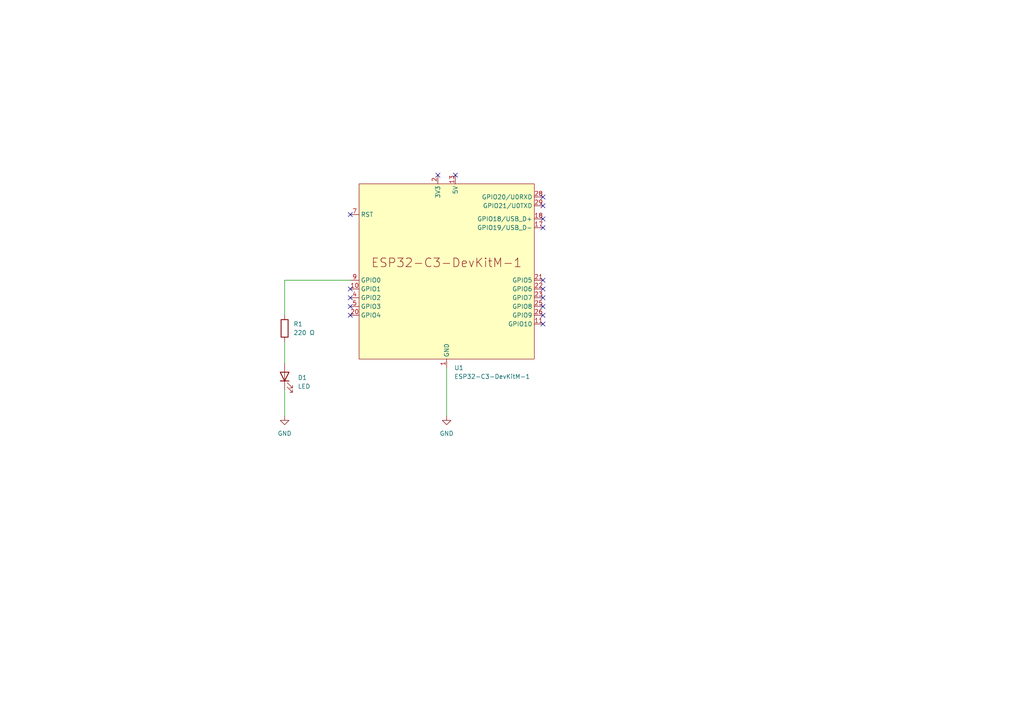
<source format=kicad_sch>
(kicad_sch (version 20230121) (generator eeschema)
  (paper "A4")
  (title_block (title "led.rs") (date "2024-02-18") (rev "00") (comment 1 "flashing led"))
  (lib_symbols
    (symbol "Device:LED" (pin_numbers hide) (pin_names (offset 1.016) hide)
      (property "Reference" "D" (at 0 2.54 0))
      (property "Value" "LED" (at 0 -2.54 0))
      (symbol "LED_0_1"
        (polyline (pts (xy -1.27 -1.27) (xy -1.27 1.27)) (stroke (width 0.254)))
        (polyline (pts (xy -1.27 0) (xy 1.27 0)))
        (polyline (pts (xy 1.27 -1.27) (xy 1.27 1.27) (xy -1.27 0) (xy 1.27 -1.27)) (stroke (width 0.254)))
        (polyline (pts (xy -3.048 -0.762) (xy -4.572 -2.286) (xy -3.81 -2.286) (xy -4.572 -2.286) (xy -4.572 -1.524)))
        (polyline (pts (xy -1.778 -0.762) (xy -3.302 -2.286) (xy -2.54 -2.286) (xy -3.302 -2.286) (xy -3.302 -1.524)))
      )
      (symbol "LED_1_1"
        (pin passive line (at -3.81 0 0) (length 2.54) (name "K") (number "1"))
        (pin passive line (at 3.81 0 180) (length 2.54) (name "A") (number "2"))
      )
    )
    (symbol "Device:R" (pin_numbers hide) (pin_names (offset 0))
      (property "Reference" "R" (at 2.032 0 90))
      (property "Value" "R" (at 0 0 90))
      (symbol "R_0_1"
        (rectangle (start -1.016 -2.54) (end 1.016 2.54) (stroke (width 0.254)))
      )
      (symbol "R_1_1"
        (pin passive line (at 0 3.81 270) (length 1.27) (name "~") (number "1"))
        (pin passive line (at 0 -3.81 90) (length 1.27) (name "~") (number "2"))
      )
    )
    (symbol "PCM_Espressif:ESP32-C3-DevKitM-1"
      (property "Reference" "U" (at -25.4 30.48 0))
      (property "Value" "ESP32-C3-DevKitM-1" (at -25.4 27.94 0))
      (symbol "ESP32-C3-DevKitM-1_0_1"
        (rectangle (start -25.4 25.4) (end 25.4 -25.4) (fill (type background)))
      )
      (symbol "ESP32-C3-DevKitM-1_1_0"
        (text "ESP32-C3-DevKitM-1" (at 0 2.54 0) (effects (font (size 2.54 2.54))))
      )
      (symbol "ESP32-C3-DevKitM-1_1_1"
        (pin passive line (at 0 -27.94 90) (length 2.54) (name "GND") (number "1"))
        (pin bidirectional line (at -27.94 -5.08 0) (length 2.54) (name "GPIO1") (number "10"))
        (pin bidirectional line (at 27.94 -15.24 180) (length 2.54) (name "GPIO10") (number "11"))
        (pin passive line (at 0 -27.94 90) (length 2.54) hide (name "GND") (number "12"))
        (pin power_in line (at 2.54 27.94 270) (length 2.54) (name "5V") (number "13"))
        (pin power_in line (at 2.54 27.94 270) (length 2.54) hide (name "5V") (number "14"))
        (pin passive line (at 0 -27.94 90) (length 2.54) hide (name "GND") (number "15"))
        (pin passive line (at 0 -27.94 90) (length 2.54) hide (name "GND") (number "16"))
        (pin bidirectional line (at 27.94 12.7 180) (length 2.54) (name "GPIO19/USB_D-") (number "17"))
        (pin bidirectional line (at 27.94 15.24 180) (length 2.54) (name "GPIO18/USB_D+") (number "18"))
        (pin passive line (at 0 -27.94 90) (length 2.54) hide (name "GND") (number "19"))
        (pin power_in line (at -2.54 27.94 270) (length 2.54) (name "3V3") (number "2"))
        (pin bidirectional line (at -27.94 -12.7 0) (length 2.54) (name "GPIO4") (number "20"))
        (pin bidirectional line (at 27.94 -2.54 180) (length 2.54) (name "GPIO5") (number "21"))
        (pin bidirectional line (at 27.94 -5.08 180) (length 2.54) (name "GPIO6") (number "22"))
        (pin bidirectional line (at 27.94 -7.62 180) (length 2.54) (name "GPIO7") (number "23"))
        (pin passive line (at 0 -27.94 90) (length 2.54) hide (name "GND") (number "24"))
        (pin bidirectional line (at 27.94 -10.16 180) (length 2.54) (name "GPIO8") (number "25"))
        (pin bidirectional line (at 27.94 -12.7 180) (length 2.54) (name "GPIO9") (number "26"))
        (pin passive line (at 0 -27.94 90) (length 2.54) hide (name "GND") (number "27"))
        (pin bidirectional line (at 27.94 21.59 180) (length 2.54) (name "GPIO20/U0RXD") (number "28"))
        (pin bidirectional line (at 27.94 19.05 180) (length 2.54) (name "GPIO21/U0TXD") (number "29"))
        (pin power_in line (at -2.54 27.94 270) (length 2.54) hide (name "3V3") (number "3"))
        (pin passive line (at 0 -27.94 90) (length 2.54) hide (name "GND") (number "30"))
        (pin bidirectional line (at -27.94 -7.62 0) (length 2.54) (name "GPIO2") (number "4"))
        (pin bidirectional line (at -27.94 -10.16 0) (length 2.54) (name "GPIO3") (number "5"))
        (pin passive line (at 0 -27.94 90) (length 2.54) hide (name "GND") (number "6"))
        (pin output line (at -27.94 16.51 0) (length 2.54) (name "RST") (number "7"))
        (pin passive line (at 0 -27.94 90) (length 2.54) hide (name "GND") (number "8"))
        (pin bidirectional line (at -27.94 -2.54 0) (length 2.54) (name "GPIO0") (number "9"))
      )
    )
    (symbol "power:GND" (power) (pin_names (offset 0))
      (property "Value" "GND" (at 0 -3.81 0))
      (symbol "GND_0_1"
        (polyline (pts (xy 0 0) (xy 0 -1.27) (xy 1.27 -1.27) (xy 0 -2.54) (xy -1.27 -1.27) (xy 0 -1.27)))
      )
      (symbol "GND_1_1"
        (pin power_in line (at 0 0 270) (length 0) hide (name "GND") (number "1"))
      )
    )
  )
  (no_connect (at 157.48 81.28))
  (no_connect (at 101.6 88.9))
  (no_connect (at 127 50.8))
  (no_connect (at 157.48 88.9))
  (no_connect (at 157.48 57.15))
  (no_connect (at 157.48 83.82))
  (no_connect (at 157.48 63.5))
  (no_connect (at 157.48 66.04))
  (no_connect (at 101.6 86.36))
  (no_connect (at 157.48 59.69))
  (no_connect (at 157.48 91.44))
  (no_connect (at 101.6 83.82))
  (no_connect (at 101.6 62.23))
  (no_connect (at 101.6 91.44))
  (no_connect (at 157.48 93.98))
  (no_connect (at 157.48 86.36))
  (no_connect (at 132.08 50.8))
  (wire (pts (xy 129.54 106.68) (xy 129.54 120.65)))
  (wire (pts (xy 82.55 99.06) (xy 82.55 105.41)))
  (wire (pts (xy 82.55 120.65) (xy 82.55 113.03)))
  (wire (pts (xy 82.55 81.28) (xy 82.55 91.44)))
  (wire (pts (xy 101.6 81.28) (xy 82.55 81.28)))
  (symbol (lib_id "power:GND") (at 129.54 120.65 0) (unit 1)
    (property "Reference" "#PWR01" (effects hide))
    (property "Value" "GND" (at 129.54 125.73 0))
  )
  (symbol (lib_id "power:GND") (at 82.55 120.65 0) (unit 1)
    (property "Reference" "#PWR02" (effects hide))
    (property "Value" "GND" (at 82.55 125.73 0))
  )
  (symbol (lib_id "Device:R") (at 82.55 95.25 0) (unit 1)
    (property "Reference" "R1" (at 85.09 93.98 0) (effects (justify left)))
    (property "Value" "220 Ω" (at 85.09 96.52 0) (effects (justify left)))
  )
  (symbol (lib_id "Device:LED") (at 82.55 109.22 90) (unit 1)
    (property "Reference" "D1" (at 86.36 109.5375 90) (effects (justify right)))
    (property "Value" "LED" (at 86.36 112.0775 90) (effects (justify right)))
  )
  (symbol (lib_id "PCM_Espressif:ESP32-C3-DevKitM-1") (at 129.54 78.74 0) (unit 1)
    (property "Reference" "U1" (at 131.7341 106.68 0) (effects (justify left)))
    (property "Value" "ESP32-C3-DevKitM-1" (at 131.7341 109.22 0) (effects (justify left)))
    (property "Footprint" "PCM_Espressif:ESP32-C3-DevKitM-1" (effects hide))
    (property "Datasheet" "https://www.espressif.com/sites/default/files/documentation/esp32-c3-mini-1_datasheet_en.pdf" (effects hide))
  )
)
</source>
